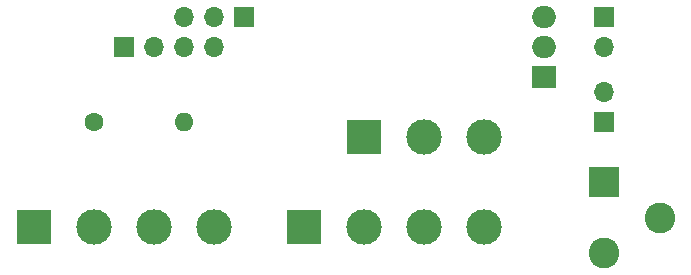
<source format=gbr>
%TF.GenerationSoftware,KiCad,Pcbnew,(6.0.7)*%
%TF.CreationDate,2022-09-27T15:13:33-05:00*%
%TF.ProjectId,adap1,61646170-312e-46b6-9963-61645f706362,rev?*%
%TF.SameCoordinates,Original*%
%TF.FileFunction,Soldermask,Top*%
%TF.FilePolarity,Negative*%
%FSLAX46Y46*%
G04 Gerber Fmt 4.6, Leading zero omitted, Abs format (unit mm)*
G04 Created by KiCad (PCBNEW (6.0.7)) date 2022-09-27 15:13:33*
%MOMM*%
%LPD*%
G01*
G04 APERTURE LIST*
%ADD10R,3.000000X3.000000*%
%ADD11C,3.000000*%
%ADD12R,1.700000X1.700000*%
%ADD13O,1.700000X1.700000*%
%ADD14C,1.600000*%
%ADD15O,1.600000X1.600000*%
%ADD16R,2.600000X2.600000*%
%ADD17C,2.600000*%
%ADD18R,2.000000X1.905000*%
%ADD19O,2.000000X1.905000*%
G04 APERTURE END LIST*
D10*
%TO.C,J4*%
X157480000Y-100330000D03*
D11*
X162560000Y-100330000D03*
X167640000Y-100330000D03*
X172720000Y-100330000D03*
%TD*%
D12*
%TO.C,J6*%
X142240000Y-85090000D03*
D13*
X144780000Y-85090000D03*
X147320000Y-85090000D03*
X149860000Y-85090000D03*
%TD*%
D10*
%TO.C,J3*%
X162560000Y-92710000D03*
D11*
X167640000Y-92710000D03*
X172720000Y-92710000D03*
%TD*%
D14*
%TO.C,R1*%
X139700000Y-91440000D03*
D15*
X147320000Y-91440000D03*
%TD*%
D16*
%TO.C,J1*%
X182880000Y-96520000D03*
D17*
X182880000Y-102520000D03*
X187580000Y-99520000D03*
%TD*%
D10*
%TO.C,J5*%
X134620000Y-100330000D03*
D11*
X139700000Y-100330000D03*
X144780000Y-100330000D03*
X149860000Y-100330000D03*
%TD*%
D12*
%TO.C,J2*%
X152400000Y-82550000D03*
D13*
X149860000Y-82550000D03*
X147320000Y-82550000D03*
%TD*%
D18*
%TO.C,U2*%
X177800000Y-87630000D03*
D19*
X177800000Y-85090000D03*
X177800000Y-82550000D03*
%TD*%
D12*
%TO.C,J8*%
X182880000Y-82550000D03*
D13*
X182880000Y-85090000D03*
%TD*%
D12*
%TO.C,J7*%
X182880000Y-91440000D03*
D13*
X182880000Y-88900000D03*
%TD*%
M02*

</source>
